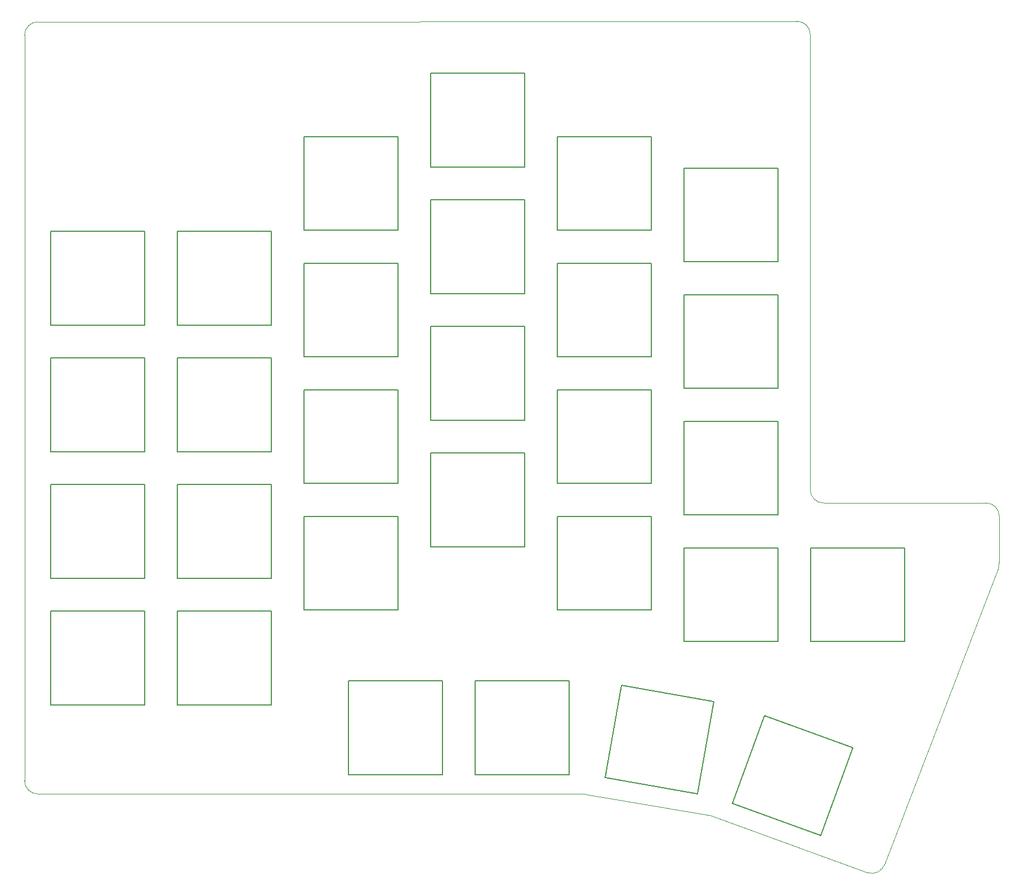
<source format=gbr>
G04 #@! TF.GenerationSoftware,KiCad,Pcbnew,9.0.6*
G04 #@! TF.CreationDate,2025-12-07T22:25:45+09:00*
G04 #@! TF.ProjectId,tarakkie_v1_left_top2,74617261-6b6b-4696-955f-76315f6c6566,rev?*
G04 #@! TF.SameCoordinates,Original*
G04 #@! TF.FileFunction,Profile,NP*
%FSLAX46Y46*%
G04 Gerber Fmt 4.6, Leading zero omitted, Abs format (unit mm)*
G04 Created by KiCad (PCBNEW 9.0.6) date 2025-12-07 22:25:45*
%MOMM*%
%LPD*%
G01*
G04 APERTURE LIST*
G04 #@! TA.AperFunction,Profile*
%ADD10C,0.050000*%
G04 #@! TD*
G04 #@! TA.AperFunction,Profile*
%ADD11C,0.150000*%
G04 #@! TD*
G04 APERTURE END LIST*
D10*
X185483484Y-119646247D02*
X168320146Y-164455906D01*
X155162500Y-37500000D02*
G75*
G02*
X157162500Y-39500000I0J-2000000D01*
G01*
X159162500Y-110000000D02*
X183600000Y-110000000D01*
X168320146Y-164455906D02*
G75*
G02*
X165768976Y-165620122I-1867746J715506D01*
G01*
X39000000Y-39598279D02*
G75*
G02*
X40998278Y-37598301I2000000J-21D01*
G01*
X142002801Y-157012104D02*
X123466628Y-153846091D01*
X185600000Y-112000000D02*
X185600000Y-118973574D01*
X40998278Y-37598280D02*
X155162500Y-37500000D01*
X123130318Y-153817541D02*
X40999583Y-153800417D01*
X157162500Y-39500000D02*
X157162500Y-108000000D01*
X183600000Y-110000000D02*
G75*
G02*
X185600000Y-112000000I0J-2000000D01*
G01*
X40999583Y-153800417D02*
G75*
G02*
X38999983Y-151800417I417J2000017D01*
G01*
X142002801Y-157012104D02*
G75*
G02*
X142349562Y-157103962I-336601J-1971096D01*
G01*
X165768977Y-165620119D02*
X142349560Y-157103967D01*
X39000000Y-151800417D02*
X39000000Y-39598279D01*
X185600000Y-118973574D02*
G75*
G02*
X185483492Y-119646250I-2000000J-26D01*
G01*
X123130318Y-153817541D02*
G75*
G02*
X123466628Y-153846090I-418J-2000059D01*
G01*
X159162500Y-110000000D02*
G75*
G02*
X157162500Y-108000000I0J2000000D01*
G01*
D11*
X87723750Y-136777500D02*
X101823750Y-136777500D01*
X87723750Y-150877500D02*
X87723750Y-136777500D01*
X101823750Y-136777500D02*
X101823750Y-150877500D01*
X101823750Y-150877500D02*
X87723750Y-150877500D01*
X138206250Y-78675000D02*
X152306250Y-78675000D01*
X138206250Y-92775000D02*
X138206250Y-78675000D01*
X152306250Y-78675000D02*
X152306250Y-92775000D01*
X152306250Y-92775000D02*
X138206250Y-92775000D01*
X42956250Y-69150000D02*
X57056250Y-69150000D01*
X42956250Y-83250000D02*
X42956250Y-69150000D01*
X57056250Y-69150000D02*
X57056250Y-83250000D01*
X57056250Y-83250000D02*
X42956250Y-83250000D01*
X100106250Y-102487500D02*
X114206250Y-102487500D01*
X100106250Y-116587500D02*
X100106250Y-102487500D01*
X114206250Y-102487500D02*
X114206250Y-116587500D01*
X114206250Y-116587500D02*
X100106250Y-116587500D01*
X138206250Y-97725000D02*
X152306250Y-97725000D01*
X138206250Y-111825000D02*
X138206250Y-97725000D01*
X152306250Y-97725000D02*
X152306250Y-111825000D01*
X152306250Y-111825000D02*
X138206250Y-111825000D01*
X42956250Y-107250000D02*
X57056250Y-107250000D01*
X42956250Y-121350000D02*
X42956250Y-107250000D01*
X57056250Y-107250000D02*
X57056250Y-121350000D01*
X57056250Y-121350000D02*
X42956250Y-121350000D01*
X62006250Y-126300000D02*
X76106250Y-126300000D01*
X62006250Y-140400000D02*
X62006250Y-126300000D01*
X76106250Y-126300000D02*
X76106250Y-140400000D01*
X76106250Y-140400000D02*
X62006250Y-140400000D01*
X106773750Y-136777500D02*
X120873750Y-136777500D01*
X106773750Y-150877500D02*
X106773750Y-136777500D01*
X120873750Y-136777500D02*
X120873750Y-150877500D01*
X120873750Y-150877500D02*
X106773750Y-150877500D01*
X157256250Y-116775000D02*
X171356250Y-116775000D01*
X157256250Y-130875000D02*
X157256250Y-116775000D01*
X171356250Y-116775000D02*
X171356250Y-130875000D01*
X171356250Y-130875000D02*
X157256250Y-130875000D01*
X81056250Y-54862500D02*
X95156250Y-54862500D01*
X81056250Y-68962500D02*
X81056250Y-54862500D01*
X95156250Y-54862500D02*
X95156250Y-68962500D01*
X95156250Y-68962500D02*
X81056250Y-68962500D01*
X145463925Y-155233591D02*
X150286409Y-141983925D01*
X150286409Y-141983925D02*
X163536075Y-146806409D01*
X158713591Y-160056075D02*
X145463925Y-155233591D01*
X163536075Y-146806409D02*
X158713591Y-160056075D01*
X100106250Y-83437500D02*
X114206250Y-83437500D01*
X100106250Y-97537500D02*
X100106250Y-83437500D01*
X114206250Y-83437500D02*
X114206250Y-97537500D01*
X114206250Y-97537500D02*
X100106250Y-97537500D01*
X138206250Y-116775000D02*
X152306250Y-116775000D01*
X138206250Y-130875000D02*
X138206250Y-116775000D01*
X152306250Y-116775000D02*
X152306250Y-130875000D01*
X152306250Y-130875000D02*
X138206250Y-130875000D01*
X81056250Y-73912500D02*
X95156250Y-73912500D01*
X81056250Y-88012500D02*
X81056250Y-73912500D01*
X95156250Y-73912500D02*
X95156250Y-88012500D01*
X95156250Y-88012500D02*
X81056250Y-88012500D01*
X62006250Y-88200000D02*
X76106250Y-88200000D01*
X62006250Y-102300000D02*
X62006250Y-88200000D01*
X76106250Y-88200000D02*
X76106250Y-102300000D01*
X76106250Y-102300000D02*
X62006250Y-102300000D01*
X42956250Y-88200000D02*
X57056250Y-88200000D01*
X42956250Y-102300000D02*
X42956250Y-88200000D01*
X57056250Y-88200000D02*
X57056250Y-102300000D01*
X57056250Y-102300000D02*
X42956250Y-102300000D01*
X42956250Y-126300000D02*
X57056250Y-126300000D01*
X42956250Y-140400000D02*
X42956250Y-126300000D01*
X57056250Y-126300000D02*
X57056250Y-140400000D01*
X57056250Y-140400000D02*
X42956250Y-140400000D01*
X100106250Y-45337500D02*
X114206250Y-45337500D01*
X100106250Y-59437500D02*
X100106250Y-45337500D01*
X114206250Y-45337500D02*
X114206250Y-59437500D01*
X114206250Y-59437500D02*
X100106250Y-59437500D01*
X138206250Y-59625000D02*
X152306250Y-59625000D01*
X138206250Y-73725000D02*
X138206250Y-59625000D01*
X152306250Y-59625000D02*
X152306250Y-73725000D01*
X152306250Y-73725000D02*
X138206250Y-73725000D01*
X81056250Y-112012500D02*
X95156250Y-112012500D01*
X81056250Y-126112500D02*
X81056250Y-112012500D01*
X95156250Y-112012500D02*
X95156250Y-126112500D01*
X95156250Y-126112500D02*
X81056250Y-126112500D01*
X119156250Y-92962500D02*
X133256250Y-92962500D01*
X119156250Y-107062500D02*
X119156250Y-92962500D01*
X133256250Y-92962500D02*
X133256250Y-107062500D01*
X133256250Y-107062500D02*
X119156250Y-107062500D01*
X81056250Y-92962500D02*
X95156250Y-92962500D01*
X81056250Y-107062500D02*
X81056250Y-92962500D01*
X95156250Y-92962500D02*
X95156250Y-107062500D01*
X95156250Y-107062500D02*
X81056250Y-107062500D01*
X62006250Y-107250000D02*
X76106250Y-107250000D01*
X62006250Y-121350000D02*
X62006250Y-107250000D01*
X76106250Y-107250000D02*
X76106250Y-121350000D01*
X76106250Y-121350000D02*
X62006250Y-121350000D01*
X126302886Y-151358675D02*
X128751325Y-137472886D01*
X128751325Y-137472886D02*
X142637114Y-139921325D01*
X140188675Y-153807114D02*
X126302886Y-151358675D01*
X142637114Y-139921325D02*
X140188675Y-153807114D01*
X100106250Y-64387500D02*
X114206250Y-64387500D01*
X100106250Y-78487500D02*
X100106250Y-64387500D01*
X114206250Y-64387500D02*
X114206250Y-78487500D01*
X114206250Y-78487500D02*
X100106250Y-78487500D01*
X119156250Y-112012500D02*
X133256250Y-112012500D01*
X119156250Y-126112500D02*
X119156250Y-112012500D01*
X133256250Y-112012500D02*
X133256250Y-126112500D01*
X133256250Y-126112500D02*
X119156250Y-126112500D01*
X119156250Y-73912500D02*
X133256250Y-73912500D01*
X119156250Y-88012500D02*
X119156250Y-73912500D01*
X133256250Y-73912500D02*
X133256250Y-88012500D01*
X133256250Y-88012500D02*
X119156250Y-88012500D01*
X119156250Y-54862500D02*
X133256250Y-54862500D01*
X119156250Y-68962500D02*
X119156250Y-54862500D01*
X133256250Y-54862500D02*
X133256250Y-68962500D01*
X133256250Y-68962500D02*
X119156250Y-68962500D01*
X62006250Y-69150000D02*
X76106250Y-69150000D01*
X62006250Y-83250000D02*
X62006250Y-69150000D01*
X76106250Y-69150000D02*
X76106250Y-83250000D01*
X76106250Y-83250000D02*
X62006250Y-83250000D01*
M02*

</source>
